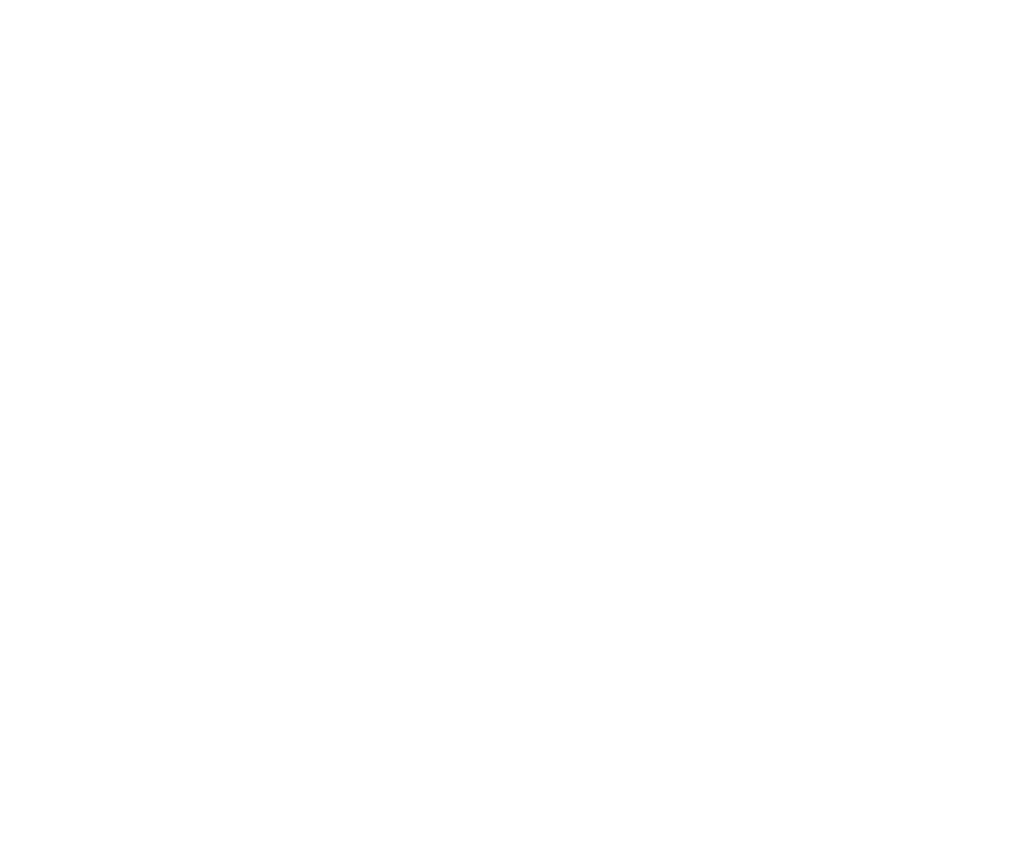
<source format=kicad_pcb>
(kicad_pcb (version 20171130) (host pcbnew "(5.0.2)-1")
  (layers (0 F.Cu signal) (31 B.Cu signal) (34 B.Paste user) (35 F.Paste user) (36 B.SilkS user) (37 F.SilkS user) (38 B.Mask user) (39 F.Mask user) (44 Edge.Cuts user))
  (net 0 "")
)
</source>
